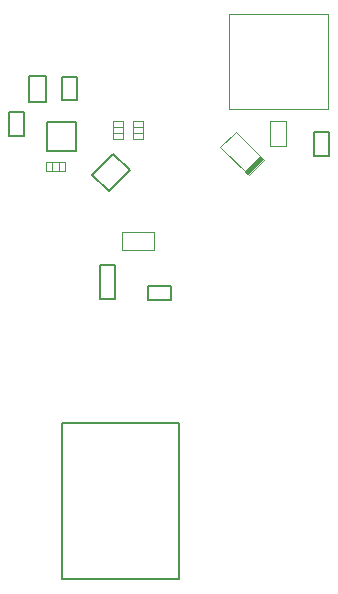
<source format=gbr>
%TF.GenerationSoftware,Altium Limited,Altium Designer,22.9.1 (49)*%
G04 Layer_Color=16711935*
%FSLAX45Y45*%
%MOMM*%
%TF.SameCoordinates,682DF52B-C038-4893-B781-CD12F227844D*%
%TF.FilePolarity,Positive*%
%TF.FileFunction,Other,Top_3D_Body*%
%TF.Part,Single*%
G01*
G75*
%TA.AperFunction,NonConductor*%
%ADD57C,0.20000*%
%ADD66C,0.10000*%
%ADD67C,0.02540*%
G04:AMPARAMS|DCode=68|XSize=0.4573mm|YSize=1.8mm|CornerRadius=0mm|HoleSize=0mm|Usage=FLASHONLY|Rotation=135.000|XOffset=0mm|YOffset=0mm|HoleType=Round|Shape=Rectangle|*
%AMROTATEDRECTD68*
4,1,4,0.79808,0.47472,-0.47472,-0.79808,-0.79808,-0.47472,0.47472,0.79808,0.79808,0.47472,0.0*
%
%ADD68ROTATEDRECTD68*%

D57*
X2001000Y1041000D02*
Y2359000D01*
Y1041000D02*
X2999000D01*
Y2359000D01*
X2001000D02*
X2999000D01*
X4137500Y4620000D02*
X4262500D01*
Y4820000D01*
X4137500D02*
X4262500D01*
X4137500Y4620000D02*
Y4820000D01*
X2260901Y4462322D02*
X2402322Y4320901D01*
X2579099Y4497678D01*
X2437678Y4639099D02*
X2579099Y4497678D01*
X2260901Y4462322D02*
X2437678Y4639099D01*
X2007500Y5290000D02*
X2132500D01*
X2007500Y5090000D02*
Y5290000D01*
Y5090000D02*
X2132500D01*
Y5290000D01*
X1727500Y5080000D02*
X1872500D01*
Y5300000D01*
X1727500D02*
X1872500D01*
X1727500Y5080000D02*
Y5300000D01*
X1557500Y4790000D02*
X1682500D01*
Y4990000D01*
X1557500D02*
X1682500D01*
X1557500Y4790000D02*
Y4990000D01*
X2125125Y4660000D02*
Y4910000D01*
X1875125D02*
X2125125D01*
X1875125Y4660000D02*
Y4910000D01*
Y4660000D02*
X2125125D01*
X2455000Y3405000D02*
Y3695000D01*
X2325000D02*
X2455000D01*
X2325000Y3405000D02*
Y3695000D01*
Y3405000D02*
X2455000D01*
X2930000Y3397500D02*
Y3522500D01*
X2730000D02*
X2930000D01*
X2730000Y3397500D02*
Y3522500D01*
Y3397500D02*
X2930000D01*
D66*
X3420000Y5020000D02*
Y5820000D01*
X4260000Y5020000D02*
Y5820000D01*
X3420000D02*
X4260000D01*
X3420000Y5020000D02*
X4260000D01*
X3762500Y4700000D02*
X3897500D01*
X3762500Y4920000D02*
X3897500D01*
Y4700000D02*
Y4920000D01*
X3762500Y4700000D02*
Y4920000D01*
X3586568Y4456152D02*
X3713848Y4583432D01*
X3346152Y4696568D02*
X3473432Y4823848D01*
X3346152Y4696568D02*
X3586568Y4456152D01*
X3473432Y4823848D02*
X3713848Y4583432D01*
X2515500Y3820000D02*
X2784500D01*
X2515500D02*
Y3980000D01*
X2784500Y3820000D02*
Y3980000D01*
X2515500D02*
X2784500D01*
D67*
X2439360Y4759990D02*
X2520640D01*
X2439360D02*
Y4920010D01*
X2520640D01*
Y4759990D02*
Y4920010D01*
X2439360Y4869210D02*
Y4920010D01*
X2520640D01*
Y4869210D02*
Y4920010D01*
X2439360Y4869210D02*
X2520640D01*
Y4759990D02*
Y4810790D01*
X2439360Y4759990D02*
X2520640D01*
X2439360D02*
Y4810790D01*
X2520640D01*
X2609360Y4759990D02*
X2690640D01*
X2609360D02*
Y4920010D01*
X2690640D01*
Y4759990D02*
Y4920010D01*
X2609360Y4869210D02*
Y4920010D01*
X2690640D01*
Y4869210D02*
Y4920010D01*
X2609360Y4869210D02*
X2690640D01*
Y4759990D02*
Y4810790D01*
X2609360Y4759990D02*
X2690640D01*
X2609360D02*
Y4810790D01*
X2690640D01*
X1869990Y4489360D02*
Y4570640D01*
X2030010D01*
Y4489360D02*
Y4570640D01*
X1869990Y4489360D02*
X2030010D01*
X1979210Y4570640D02*
X2030010D01*
Y4489360D02*
Y4570640D01*
X1979210Y4489360D02*
X2030010D01*
X1979210D02*
Y4570640D01*
X1869990Y4489360D02*
X1920790D01*
X1869990D02*
Y4570640D01*
X1920790D01*
Y4489360D02*
Y4570640D01*
D68*
X3634040Y4535953D02*
D03*
%TF.MD5,29d04504d13b4688ed5be07e19aa6a8e*%
M02*

</source>
